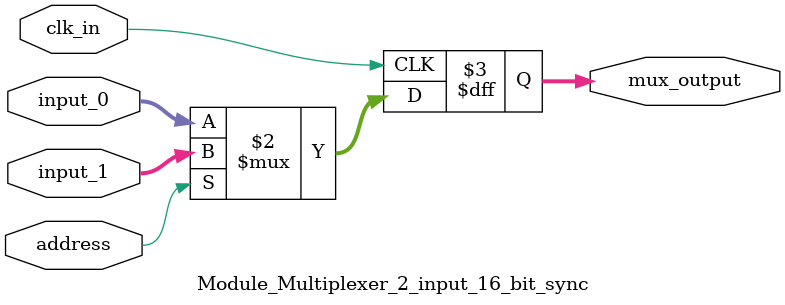
<source format=v>
module startStopLapReset_LCD(input CLK_50M,
					//input SW,
					input PUSH_BTN_SS, input PUSH_BTN_LR,

					output [7:0] LED,
					output [7:0] LCD_DB,
					output LCD_E, output LCD_RS, output LCD_RW);

//wire	[15:0]	wb_counter;
wire	[15:0]	wb_counter_toShow;

wire		w_startStop;
wire		w_lapFlag;
wire		w_reset;

buf(LCD_RW, 0);
buf(LCD_DB[3:0], 4'b1111);

LCD_Driver_forChrono	lcd_driver	(	.qzt_clk(CLK_50M),
						.fourDigitInput(wb_counter_toShow),
						.lapFlag(w_lapFlag),

						.lcd_flags({LCD_RS, LCD_E}),
						.lcd_data(LCD_DB[7:4]));

/****************************************/
/*** ... and hereafter what's left... ***/
/****************************************/
buf(LED[6], 0);
buf(LED[3], 0);

// Wires to connect monostable output
wire w_SS, w_LR;


Module_Monostable	module_monostable_SS(	.clk_in(CLK_50M), .monostable_input(PUSH_BTN_SS),
																				.N(50000000),
																				.monostable_output(w_SS));

Module_Monostable	module_monostable_LR(	.clk_in(CLK_50M), .monostable_input(PUSH_BTN_LR),
																				.N(50000000),
																				.monostable_output(w_LR));

// I want to keep showing the STATE via the LED so i use the LED as a buffer
// to perform operations
StateMachine module_state_machine(.clk_in(CLK_50M), .PULSE_A(w_SS), .PULSE_B(w_LR),
                    							.state(LED[2:0]), .reset_pulse(LED[7]));

assign w_reset = LED[7];
assign w_startStop = (LED[2:0] == 2) || (LED[2:0] == 3);
assign w_lapFlag = (LED[2:0] == 3) || (LED[2:0] == 4);

// Led 4 and 5 are used to show the state of w_startStop and w_lapFlag
assign LED[4] = w_startStop;
assign LED[5] = w_lapFlag;



/****************************************/
/***           STOPWATCH              ***/
/****************************************/
`define		100_Hz_Period	30'b000000000000111101000010010000	//	25 10^4
wire w_clock_100Hz;
Module_FrequencyDivider		clock_100_Hz_generator	(	.clk_in(CLK_50M), .period(`100_Hz_Period),
																										.clk_out(w_clock_100Hz));

wire [3:0] w_centi, w_deci, w_unit, w_deca;
wire w_carry_c_t_d, w_carry_d_t_u, w_carry_u_t_d;

reg[3:0] saved_c, saved_u, saved_d, saved_deca;
reg OLD_lapFlag;

Module_SynchroCounter_8_bit_SR	counter_100Hz(	.qzt_clk(CLK_50M), .clk_in(w_clock_100Hz),
																								.reset(w_reset), .set(~w_startStop), .presetValue(w_centi), .limit(8'b00001010),
																								.out(w_centi), .carry(w_carry_c_t_d));

Module_SynchroCounter_8_bit_SR	counter_10Hz(	.qzt_clk(CLK_50M), .clk_in(w_carry_c_t_d),
																							.reset(w_reset), .set(~w_startStop), .presetValue(w_deci), .limit(8'b00001010),
																							.out(w_deci), .carry(w_carry_d_t_u));

Module_SynchroCounter_8_bit_SR	counter_1Hz(	.qzt_clk(CLK_50M), .clk_in(w_carry_d_t_u),
																							.reset(w_reset), .set(~w_startStop), .presetValue(w_unit), .limit(8'b00001010),
																							.out(w_unit), .carry(w_carry_u_t_d));

Module_SynchroCounter_8_bit_SR	counter_01Hz(	.qzt_clk(CLK_50M), .clk_in(w_carry_u_t_d),
																							.reset(w_reset), .set(~w_startStop), .presetValue(w_deca), .limit(8'b00001010),
																							.out(w_deca), .carry());


// Stopwatch output
Module_Multiplexer_2_input_16_bit_sync	module_outputSW	( .clk_in(CLK_50M), .address(w_lapFlag),
																													.input_0({w_deca, w_unit, w_deci, w_centi}),
																													.input_1({saved_deca, saved_u, saved_d, saved_c}),
																													.mux_output(wb_counter_toShow));



always @(posedge CLK_50M) begin

	if (w_lapFlag & ~OLD_lapFlag) begin // Lap
		// Save output value in a variable and display that value
		saved_c <= w_centi;
		saved_d <= w_deci;
		saved_u <= w_unit;
		saved_deca <= w_deca;
	end

	OLD_lapFlag <= w_lapFlag;
end


endmodule




/****************************************/
/***  COPY AND ADAPT FROM CHIPSTORE   ***/
/****************************************/
module	Module_Multiplexer_2_input_16_bit_sync(	input clk_in, input address,
																								input	[15:0] input_0, input	[15:0] input_1,

																								output reg[15:0] mux_output);

	always @(posedge clk_in) begin
		mux_output <= (address)? input_1 : input_0;
	end

endmodule

</source>
